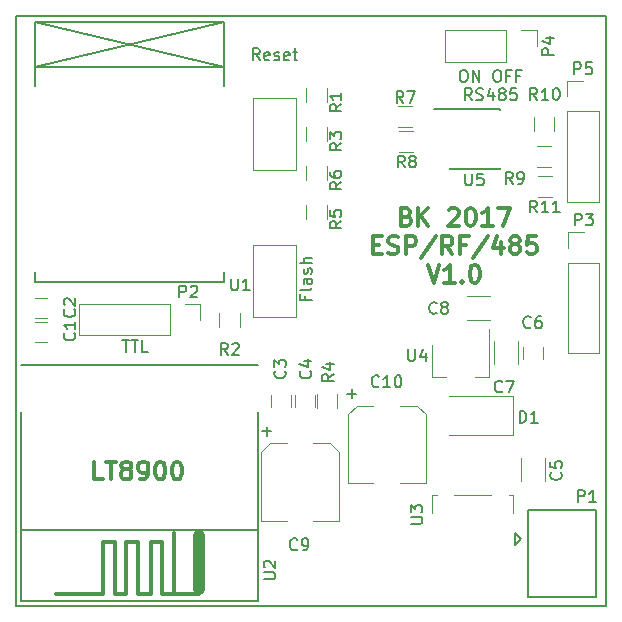
<source format=gto>
G04 #@! TF.FileFunction,Legend,Top*
%FSLAX46Y46*%
G04 Gerber Fmt 4.6, Leading zero omitted, Abs format (unit mm)*
G04 Created by KiCad (PCBNEW 4.0.2-stable) date 5/30/2017 4:55:57 PM*
%MOMM*%
G01*
G04 APERTURE LIST*
%ADD10C,0.100000*%
%ADD11C,0.300000*%
%ADD12C,0.200000*%
%ADD13C,0.150000*%
%ADD14C,1.000000*%
%ADD15C,0.120000*%
%ADD16C,0.152400*%
G04 APERTURE END LIST*
D10*
D11*
X107373316Y-139260971D02*
X106659030Y-139260971D01*
X106659030Y-137760971D01*
X107659030Y-137760971D02*
X108516173Y-137760971D01*
X108087602Y-139260971D02*
X108087602Y-137760971D01*
X109230459Y-138403829D02*
X109087601Y-138332400D01*
X109016173Y-138260971D01*
X108944744Y-138118114D01*
X108944744Y-138046686D01*
X109016173Y-137903829D01*
X109087601Y-137832400D01*
X109230459Y-137760971D01*
X109516173Y-137760971D01*
X109659030Y-137832400D01*
X109730459Y-137903829D01*
X109801887Y-138046686D01*
X109801887Y-138118114D01*
X109730459Y-138260971D01*
X109659030Y-138332400D01*
X109516173Y-138403829D01*
X109230459Y-138403829D01*
X109087601Y-138475257D01*
X109016173Y-138546686D01*
X108944744Y-138689543D01*
X108944744Y-138975257D01*
X109016173Y-139118114D01*
X109087601Y-139189543D01*
X109230459Y-139260971D01*
X109516173Y-139260971D01*
X109659030Y-139189543D01*
X109730459Y-139118114D01*
X109801887Y-138975257D01*
X109801887Y-138689543D01*
X109730459Y-138546686D01*
X109659030Y-138475257D01*
X109516173Y-138403829D01*
X110516172Y-139260971D02*
X110801887Y-139260971D01*
X110944744Y-139189543D01*
X111016172Y-139118114D01*
X111159030Y-138903829D01*
X111230458Y-138618114D01*
X111230458Y-138046686D01*
X111159030Y-137903829D01*
X111087601Y-137832400D01*
X110944744Y-137760971D01*
X110659030Y-137760971D01*
X110516172Y-137832400D01*
X110444744Y-137903829D01*
X110373315Y-138046686D01*
X110373315Y-138403829D01*
X110444744Y-138546686D01*
X110516172Y-138618114D01*
X110659030Y-138689543D01*
X110944744Y-138689543D01*
X111087601Y-138618114D01*
X111159030Y-138546686D01*
X111230458Y-138403829D01*
X112159029Y-137760971D02*
X112301886Y-137760971D01*
X112444743Y-137832400D01*
X112516172Y-137903829D01*
X112587601Y-138046686D01*
X112659029Y-138332400D01*
X112659029Y-138689543D01*
X112587601Y-138975257D01*
X112516172Y-139118114D01*
X112444743Y-139189543D01*
X112301886Y-139260971D01*
X112159029Y-139260971D01*
X112016172Y-139189543D01*
X111944743Y-139118114D01*
X111873315Y-138975257D01*
X111801886Y-138689543D01*
X111801886Y-138332400D01*
X111873315Y-138046686D01*
X111944743Y-137903829D01*
X112016172Y-137832400D01*
X112159029Y-137760971D01*
X113587600Y-137760971D02*
X113730457Y-137760971D01*
X113873314Y-137832400D01*
X113944743Y-137903829D01*
X114016172Y-138046686D01*
X114087600Y-138332400D01*
X114087600Y-138689543D01*
X114016172Y-138975257D01*
X113944743Y-139118114D01*
X113873314Y-139189543D01*
X113730457Y-139260971D01*
X113587600Y-139260971D01*
X113444743Y-139189543D01*
X113373314Y-139118114D01*
X113301886Y-138975257D01*
X113230457Y-138689543D01*
X113230457Y-138332400D01*
X113301886Y-138046686D01*
X113373314Y-137903829D01*
X113444743Y-137832400D01*
X113587600Y-137760971D01*
D12*
X109028571Y-127452381D02*
X109600000Y-127452381D01*
X109314285Y-128452381D02*
X109314285Y-127452381D01*
X109790476Y-127452381D02*
X110361905Y-127452381D01*
X110076190Y-128452381D02*
X110076190Y-127452381D01*
X111171429Y-128452381D02*
X110695238Y-128452381D01*
X110695238Y-127452381D01*
X124528571Y-123728571D02*
X124528571Y-124061905D01*
X125052381Y-124061905D02*
X124052381Y-124061905D01*
X124052381Y-123585714D01*
X125052381Y-123061905D02*
X125004762Y-123157143D01*
X124909524Y-123204762D01*
X124052381Y-123204762D01*
X125052381Y-122252380D02*
X124528571Y-122252380D01*
X124433333Y-122299999D01*
X124385714Y-122395237D01*
X124385714Y-122585714D01*
X124433333Y-122680952D01*
X125004762Y-122252380D02*
X125052381Y-122347618D01*
X125052381Y-122585714D01*
X125004762Y-122680952D01*
X124909524Y-122728571D01*
X124814286Y-122728571D01*
X124719048Y-122680952D01*
X124671429Y-122585714D01*
X124671429Y-122347618D01*
X124623810Y-122252380D01*
X125004762Y-121823809D02*
X125052381Y-121728571D01*
X125052381Y-121538095D01*
X125004762Y-121442856D01*
X124909524Y-121395237D01*
X124861905Y-121395237D01*
X124766667Y-121442856D01*
X124719048Y-121538095D01*
X124719048Y-121680952D01*
X124671429Y-121776190D01*
X124576190Y-121823809D01*
X124528571Y-121823809D01*
X124433333Y-121776190D01*
X124385714Y-121680952D01*
X124385714Y-121538095D01*
X124433333Y-121442856D01*
X125052381Y-120966666D02*
X124052381Y-120966666D01*
X125052381Y-120538094D02*
X124528571Y-120538094D01*
X124433333Y-120585713D01*
X124385714Y-120680951D01*
X124385714Y-120823809D01*
X124433333Y-120919047D01*
X124480952Y-120966666D01*
X120661905Y-103752381D02*
X120328571Y-103276190D01*
X120090476Y-103752381D02*
X120090476Y-102752381D01*
X120471429Y-102752381D01*
X120566667Y-102800000D01*
X120614286Y-102847619D01*
X120661905Y-102942857D01*
X120661905Y-103085714D01*
X120614286Y-103180952D01*
X120566667Y-103228571D01*
X120471429Y-103276190D01*
X120090476Y-103276190D01*
X121471429Y-103704762D02*
X121376191Y-103752381D01*
X121185714Y-103752381D01*
X121090476Y-103704762D01*
X121042857Y-103609524D01*
X121042857Y-103228571D01*
X121090476Y-103133333D01*
X121185714Y-103085714D01*
X121376191Y-103085714D01*
X121471429Y-103133333D01*
X121519048Y-103228571D01*
X121519048Y-103323810D01*
X121042857Y-103419048D01*
X121900000Y-103704762D02*
X121995238Y-103752381D01*
X122185714Y-103752381D01*
X122280953Y-103704762D01*
X122328572Y-103609524D01*
X122328572Y-103561905D01*
X122280953Y-103466667D01*
X122185714Y-103419048D01*
X122042857Y-103419048D01*
X121947619Y-103371429D01*
X121900000Y-103276190D01*
X121900000Y-103228571D01*
X121947619Y-103133333D01*
X122042857Y-103085714D01*
X122185714Y-103085714D01*
X122280953Y-103133333D01*
X123138096Y-103704762D02*
X123042858Y-103752381D01*
X122852381Y-103752381D01*
X122757143Y-103704762D01*
X122709524Y-103609524D01*
X122709524Y-103228571D01*
X122757143Y-103133333D01*
X122852381Y-103085714D01*
X123042858Y-103085714D01*
X123138096Y-103133333D01*
X123185715Y-103228571D01*
X123185715Y-103323810D01*
X122709524Y-103419048D01*
X123471429Y-103085714D02*
X123852381Y-103085714D01*
X123614286Y-102752381D02*
X123614286Y-103609524D01*
X123661905Y-103704762D01*
X123757143Y-103752381D01*
X123852381Y-103752381D01*
D11*
X133088573Y-116999857D02*
X133302859Y-117071286D01*
X133374287Y-117142714D01*
X133445716Y-117285571D01*
X133445716Y-117499857D01*
X133374287Y-117642714D01*
X133302859Y-117714143D01*
X133160001Y-117785571D01*
X132588573Y-117785571D01*
X132588573Y-116285571D01*
X133088573Y-116285571D01*
X133231430Y-116357000D01*
X133302859Y-116428429D01*
X133374287Y-116571286D01*
X133374287Y-116714143D01*
X133302859Y-116857000D01*
X133231430Y-116928429D01*
X133088573Y-116999857D01*
X132588573Y-116999857D01*
X134088573Y-117785571D02*
X134088573Y-116285571D01*
X134945716Y-117785571D02*
X134302859Y-116928429D01*
X134945716Y-116285571D02*
X134088573Y-117142714D01*
X136660001Y-116428429D02*
X136731430Y-116357000D01*
X136874287Y-116285571D01*
X137231430Y-116285571D01*
X137374287Y-116357000D01*
X137445716Y-116428429D01*
X137517144Y-116571286D01*
X137517144Y-116714143D01*
X137445716Y-116928429D01*
X136588573Y-117785571D01*
X137517144Y-117785571D01*
X138445715Y-116285571D02*
X138588572Y-116285571D01*
X138731429Y-116357000D01*
X138802858Y-116428429D01*
X138874287Y-116571286D01*
X138945715Y-116857000D01*
X138945715Y-117214143D01*
X138874287Y-117499857D01*
X138802858Y-117642714D01*
X138731429Y-117714143D01*
X138588572Y-117785571D01*
X138445715Y-117785571D01*
X138302858Y-117714143D01*
X138231429Y-117642714D01*
X138160001Y-117499857D01*
X138088572Y-117214143D01*
X138088572Y-116857000D01*
X138160001Y-116571286D01*
X138231429Y-116428429D01*
X138302858Y-116357000D01*
X138445715Y-116285571D01*
X140374286Y-117785571D02*
X139517143Y-117785571D01*
X139945715Y-117785571D02*
X139945715Y-116285571D01*
X139802858Y-116499857D01*
X139660000Y-116642714D01*
X139517143Y-116714143D01*
X140874286Y-116285571D02*
X141874286Y-116285571D01*
X141231429Y-117785571D01*
X130267144Y-119399857D02*
X130767144Y-119399857D01*
X130981430Y-120185571D02*
X130267144Y-120185571D01*
X130267144Y-118685571D01*
X130981430Y-118685571D01*
X131552858Y-120114143D02*
X131767144Y-120185571D01*
X132124287Y-120185571D01*
X132267144Y-120114143D01*
X132338573Y-120042714D01*
X132410001Y-119899857D01*
X132410001Y-119757000D01*
X132338573Y-119614143D01*
X132267144Y-119542714D01*
X132124287Y-119471286D01*
X131838573Y-119399857D01*
X131695715Y-119328429D01*
X131624287Y-119257000D01*
X131552858Y-119114143D01*
X131552858Y-118971286D01*
X131624287Y-118828429D01*
X131695715Y-118757000D01*
X131838573Y-118685571D01*
X132195715Y-118685571D01*
X132410001Y-118757000D01*
X133052858Y-120185571D02*
X133052858Y-118685571D01*
X133624286Y-118685571D01*
X133767144Y-118757000D01*
X133838572Y-118828429D01*
X133910001Y-118971286D01*
X133910001Y-119185571D01*
X133838572Y-119328429D01*
X133767144Y-119399857D01*
X133624286Y-119471286D01*
X133052858Y-119471286D01*
X135624286Y-118614143D02*
X134338572Y-120542714D01*
X136981430Y-120185571D02*
X136481430Y-119471286D01*
X136124287Y-120185571D02*
X136124287Y-118685571D01*
X136695715Y-118685571D01*
X136838573Y-118757000D01*
X136910001Y-118828429D01*
X136981430Y-118971286D01*
X136981430Y-119185571D01*
X136910001Y-119328429D01*
X136838573Y-119399857D01*
X136695715Y-119471286D01*
X136124287Y-119471286D01*
X138124287Y-119399857D02*
X137624287Y-119399857D01*
X137624287Y-120185571D02*
X137624287Y-118685571D01*
X138338573Y-118685571D01*
X139981429Y-118614143D02*
X138695715Y-120542714D01*
X141124287Y-119185571D02*
X141124287Y-120185571D01*
X140767144Y-118614143D02*
X140410001Y-119685571D01*
X141338573Y-119685571D01*
X142124287Y-119328429D02*
X141981429Y-119257000D01*
X141910001Y-119185571D01*
X141838572Y-119042714D01*
X141838572Y-118971286D01*
X141910001Y-118828429D01*
X141981429Y-118757000D01*
X142124287Y-118685571D01*
X142410001Y-118685571D01*
X142552858Y-118757000D01*
X142624287Y-118828429D01*
X142695715Y-118971286D01*
X142695715Y-119042714D01*
X142624287Y-119185571D01*
X142552858Y-119257000D01*
X142410001Y-119328429D01*
X142124287Y-119328429D01*
X141981429Y-119399857D01*
X141910001Y-119471286D01*
X141838572Y-119614143D01*
X141838572Y-119899857D01*
X141910001Y-120042714D01*
X141981429Y-120114143D01*
X142124287Y-120185571D01*
X142410001Y-120185571D01*
X142552858Y-120114143D01*
X142624287Y-120042714D01*
X142695715Y-119899857D01*
X142695715Y-119614143D01*
X142624287Y-119471286D01*
X142552858Y-119399857D01*
X142410001Y-119328429D01*
X144052858Y-118685571D02*
X143338572Y-118685571D01*
X143267143Y-119399857D01*
X143338572Y-119328429D01*
X143481429Y-119257000D01*
X143838572Y-119257000D01*
X143981429Y-119328429D01*
X144052858Y-119399857D01*
X144124286Y-119542714D01*
X144124286Y-119899857D01*
X144052858Y-120042714D01*
X143981429Y-120114143D01*
X143838572Y-120185571D01*
X143481429Y-120185571D01*
X143338572Y-120114143D01*
X143267143Y-120042714D01*
X134874286Y-121085571D02*
X135374286Y-122585571D01*
X135874286Y-121085571D01*
X137160000Y-122585571D02*
X136302857Y-122585571D01*
X136731429Y-122585571D02*
X136731429Y-121085571D01*
X136588572Y-121299857D01*
X136445714Y-121442714D01*
X136302857Y-121514143D01*
X137802857Y-122442714D02*
X137874285Y-122514143D01*
X137802857Y-122585571D01*
X137731428Y-122514143D01*
X137802857Y-122442714D01*
X137802857Y-122585571D01*
X138802857Y-121085571D02*
X138945714Y-121085571D01*
X139088571Y-121157000D01*
X139160000Y-121228429D01*
X139231429Y-121371286D01*
X139302857Y-121657000D01*
X139302857Y-122014143D01*
X139231429Y-122299857D01*
X139160000Y-122442714D01*
X139088571Y-122514143D01*
X138945714Y-122585571D01*
X138802857Y-122585571D01*
X138660000Y-122514143D01*
X138588571Y-122442714D01*
X138517143Y-122299857D01*
X138445714Y-122014143D01*
X138445714Y-121657000D01*
X138517143Y-121371286D01*
X138588571Y-121228429D01*
X138660000Y-121157000D01*
X138802857Y-121085571D01*
D13*
X137827047Y-104595381D02*
X138017524Y-104595381D01*
X138112762Y-104643000D01*
X138208000Y-104738238D01*
X138255619Y-104928714D01*
X138255619Y-105262048D01*
X138208000Y-105452524D01*
X138112762Y-105547762D01*
X138017524Y-105595381D01*
X137827047Y-105595381D01*
X137731809Y-105547762D01*
X137636571Y-105452524D01*
X137588952Y-105262048D01*
X137588952Y-104928714D01*
X137636571Y-104738238D01*
X137731809Y-104643000D01*
X137827047Y-104595381D01*
X138684190Y-105595381D02*
X138684190Y-104595381D01*
X139255619Y-105595381D01*
X139255619Y-104595381D01*
X140684190Y-104595381D02*
X140874667Y-104595381D01*
X140969905Y-104643000D01*
X141065143Y-104738238D01*
X141112762Y-104928714D01*
X141112762Y-105262048D01*
X141065143Y-105452524D01*
X140969905Y-105547762D01*
X140874667Y-105595381D01*
X140684190Y-105595381D01*
X140588952Y-105547762D01*
X140493714Y-105452524D01*
X140446095Y-105262048D01*
X140446095Y-104928714D01*
X140493714Y-104738238D01*
X140588952Y-104643000D01*
X140684190Y-104595381D01*
X141874667Y-105071571D02*
X141541333Y-105071571D01*
X141541333Y-105595381D02*
X141541333Y-104595381D01*
X142017524Y-104595381D01*
X142731810Y-105071571D02*
X142398476Y-105071571D01*
X142398476Y-105595381D02*
X142398476Y-104595381D01*
X142874667Y-104595381D01*
X138612762Y-107145381D02*
X138279428Y-106669190D01*
X138041333Y-107145381D02*
X138041333Y-106145381D01*
X138422286Y-106145381D01*
X138517524Y-106193000D01*
X138565143Y-106240619D01*
X138612762Y-106335857D01*
X138612762Y-106478714D01*
X138565143Y-106573952D01*
X138517524Y-106621571D01*
X138422286Y-106669190D01*
X138041333Y-106669190D01*
X138993714Y-107097762D02*
X139136571Y-107145381D01*
X139374667Y-107145381D01*
X139469905Y-107097762D01*
X139517524Y-107050143D01*
X139565143Y-106954905D01*
X139565143Y-106859667D01*
X139517524Y-106764429D01*
X139469905Y-106716810D01*
X139374667Y-106669190D01*
X139184190Y-106621571D01*
X139088952Y-106573952D01*
X139041333Y-106526333D01*
X138993714Y-106431095D01*
X138993714Y-106335857D01*
X139041333Y-106240619D01*
X139088952Y-106193000D01*
X139184190Y-106145381D01*
X139422286Y-106145381D01*
X139565143Y-106193000D01*
X140422286Y-106478714D02*
X140422286Y-107145381D01*
X140184190Y-106097762D02*
X139946095Y-106812048D01*
X140565143Y-106812048D01*
X141088952Y-106573952D02*
X140993714Y-106526333D01*
X140946095Y-106478714D01*
X140898476Y-106383476D01*
X140898476Y-106335857D01*
X140946095Y-106240619D01*
X140993714Y-106193000D01*
X141088952Y-106145381D01*
X141279429Y-106145381D01*
X141374667Y-106193000D01*
X141422286Y-106240619D01*
X141469905Y-106335857D01*
X141469905Y-106383476D01*
X141422286Y-106478714D01*
X141374667Y-106526333D01*
X141279429Y-106573952D01*
X141088952Y-106573952D01*
X140993714Y-106621571D01*
X140946095Y-106669190D01*
X140898476Y-106764429D01*
X140898476Y-106954905D01*
X140946095Y-107050143D01*
X140993714Y-107097762D01*
X141088952Y-107145381D01*
X141279429Y-107145381D01*
X141374667Y-107097762D01*
X141422286Y-107050143D01*
X141469905Y-106954905D01*
X141469905Y-106764429D01*
X141422286Y-106669190D01*
X141374667Y-106621571D01*
X141279429Y-106573952D01*
X142374667Y-106145381D02*
X141898476Y-106145381D01*
X141850857Y-106621571D01*
X141898476Y-106573952D01*
X141993714Y-106526333D01*
X142231810Y-106526333D01*
X142327048Y-106573952D01*
X142374667Y-106621571D01*
X142422286Y-106716810D01*
X142422286Y-106954905D01*
X142374667Y-107050143D01*
X142327048Y-107097762D01*
X142231810Y-107145381D01*
X141993714Y-107145381D01*
X141898476Y-107097762D01*
X141850857Y-107050143D01*
X100000000Y-100000000D02*
X100000000Y-150000000D01*
X150000000Y-100000000D02*
X100000000Y-100000000D01*
X150000000Y-150000000D02*
X150000000Y-100000000D01*
X100000000Y-150000000D02*
X150000000Y-150000000D01*
D11*
X107380000Y-148972000D02*
X103380000Y-148972000D01*
X108380000Y-144572000D02*
X107380000Y-144572000D01*
X109380000Y-148972000D02*
X108380000Y-148972000D01*
X110380000Y-144572000D02*
X109380000Y-144572000D01*
X112380000Y-144572000D02*
X111480000Y-144572000D01*
X111480000Y-148972000D02*
X110380000Y-148972000D01*
X115480000Y-148972000D02*
X112380000Y-148972000D01*
X113380000Y-143772000D02*
X113380000Y-148872000D01*
D14*
X115480000Y-144018000D02*
X115480000Y-148572000D01*
D13*
X120480000Y-129572000D02*
X100480000Y-129572000D01*
X100480000Y-143572000D02*
X100480000Y-133572000D01*
X120480000Y-143572000D02*
X120480000Y-133572000D01*
X100480000Y-149572000D02*
X120480000Y-149572000D01*
X100480000Y-143572000D02*
X100480000Y-149572000D01*
X120480000Y-143572000D02*
X100480000Y-143572000D01*
X120480000Y-149572000D02*
X120480000Y-143572000D01*
D11*
X112380000Y-144572000D02*
X112380000Y-148972000D01*
X111480000Y-144572000D02*
X111480000Y-148972000D01*
X110380000Y-144572000D02*
X110380000Y-148972000D01*
X109380000Y-144572000D02*
X109380000Y-148972000D01*
X108380000Y-144572000D02*
X108380000Y-148972000D01*
X107380000Y-144572000D02*
X107380000Y-148972000D01*
D15*
X145380000Y-115332400D02*
X144180000Y-115332400D01*
X144180000Y-113572400D02*
X145380000Y-113572400D01*
X123730000Y-106922000D02*
X123730000Y-113042000D01*
X123730000Y-113042000D02*
X120110000Y-113042000D01*
X120110000Y-113042000D02*
X120110000Y-106922000D01*
X120110000Y-106922000D02*
X123730000Y-106922000D01*
X102608000Y-125896000D02*
X101608000Y-125896000D01*
X101608000Y-127596000D02*
X102608000Y-127596000D01*
X102608000Y-123864000D02*
X101608000Y-123864000D01*
X101608000Y-125564000D02*
X102608000Y-125564000D01*
X121578000Y-132088000D02*
X121578000Y-133088000D01*
X123278000Y-133088000D02*
X123278000Y-132088000D01*
X123610000Y-132088000D02*
X123610000Y-133088000D01*
X125310000Y-133088000D02*
X125310000Y-132088000D01*
X144784000Y-139430000D02*
X144784000Y-137430000D01*
X142744000Y-137430000D02*
X142744000Y-139430000D01*
X142914000Y-128024000D02*
X142914000Y-129024000D01*
X144614000Y-129024000D02*
X144614000Y-128024000D01*
X140458000Y-127524000D02*
X140458000Y-129524000D01*
X142498000Y-129524000D02*
X142498000Y-127524000D01*
X140192000Y-123694000D02*
X138192000Y-123694000D01*
X138192000Y-125734000D02*
X140192000Y-125734000D01*
D13*
X149162000Y-141822000D02*
X149162000Y-149222000D01*
X143412000Y-141822000D02*
X143412000Y-149222000D01*
X149162000Y-141822000D02*
X143412000Y-141822000D01*
X149162000Y-149222000D02*
X143412000Y-149222000D01*
X142312000Y-143772000D02*
X142312000Y-144772000D01*
X142812000Y-144272000D02*
X142312000Y-144772000D01*
X142812000Y-144272000D02*
X142312000Y-143772000D01*
D15*
X126356000Y-106080000D02*
X126356000Y-107280000D01*
X124596000Y-107280000D02*
X124596000Y-106080000D01*
X118990000Y-125130000D02*
X118990000Y-126330000D01*
X117230000Y-126330000D02*
X117230000Y-125130000D01*
X124596000Y-110582000D02*
X124596000Y-109382000D01*
X126356000Y-109382000D02*
X126356000Y-110582000D01*
X127245000Y-131988000D02*
X127245000Y-133188000D01*
X125485000Y-133188000D02*
X125485000Y-131988000D01*
X124596000Y-117186000D02*
X124596000Y-115986000D01*
X126356000Y-115986000D02*
X126356000Y-117186000D01*
X126356000Y-112684000D02*
X126356000Y-113884000D01*
X124596000Y-113884000D02*
X124596000Y-112684000D01*
X123730000Y-119368000D02*
X123730000Y-125488000D01*
X123730000Y-125488000D02*
X120110000Y-125488000D01*
X120110000Y-125488000D02*
X120110000Y-119368000D01*
X120110000Y-119368000D02*
X123730000Y-119368000D01*
D16*
X101616000Y-100534000D02*
X117616000Y-100534000D01*
X117616000Y-100534000D02*
X117616000Y-105934000D01*
X101616000Y-100534000D02*
X101616000Y-105934000D01*
X101616000Y-121734000D02*
X101616000Y-122534000D01*
X101616000Y-122534000D02*
X117616000Y-122534000D01*
X117616000Y-122534000D02*
X117616000Y-121734000D01*
X117616000Y-100534000D02*
X101616000Y-104334000D01*
X101616000Y-100534000D02*
X117616000Y-104334000D01*
X101608000Y-104334000D02*
X117608000Y-104334000D01*
D15*
X141724000Y-140586000D02*
X142074000Y-140586000D01*
X142074000Y-140586000D02*
X142074000Y-142086000D01*
X137074000Y-140586000D02*
X140274000Y-140586000D01*
X135274000Y-142086000D02*
X135274000Y-140586000D01*
X135274000Y-140586000D02*
X135674000Y-140586000D01*
X136468000Y-130558000D02*
X135268000Y-130558000D01*
X135268000Y-130558000D02*
X135268000Y-127858000D01*
X140068000Y-126558000D02*
X140068000Y-130558000D01*
X140068000Y-130558000D02*
X138868000Y-130558000D01*
X142084000Y-135508000D02*
X142084000Y-132208000D01*
X142084000Y-132208000D02*
X136684000Y-132208000D01*
X142084000Y-135508000D02*
X136684000Y-135508000D01*
X113030000Y-124400000D02*
X105350000Y-124400000D01*
X105350000Y-124400000D02*
X105350000Y-127060000D01*
X105350000Y-127060000D02*
X113030000Y-127060000D01*
X113030000Y-127060000D02*
X113030000Y-124400000D01*
X114300000Y-124400000D02*
X115630000Y-124400000D01*
X115630000Y-124400000D02*
X115630000Y-125730000D01*
X146752000Y-120904000D02*
X146752000Y-128584000D01*
X146752000Y-128584000D02*
X149412000Y-128584000D01*
X149412000Y-128584000D02*
X149412000Y-120904000D01*
X149412000Y-120904000D02*
X146752000Y-120904000D01*
X146752000Y-119634000D02*
X146752000Y-118304000D01*
X146752000Y-118304000D02*
X148082000Y-118304000D01*
X141528800Y-101235200D02*
X136388800Y-101235200D01*
X136388800Y-101235200D02*
X136388800Y-103895200D01*
X136388800Y-103895200D02*
X141528800Y-103895200D01*
X141528800Y-103895200D02*
X141528800Y-101235200D01*
X142798800Y-101235200D02*
X144128800Y-101235200D01*
X144128800Y-101235200D02*
X144128800Y-102565200D01*
X146701200Y-108102400D02*
X146701200Y-115782400D01*
X146701200Y-115782400D02*
X149361200Y-115782400D01*
X149361200Y-115782400D02*
X149361200Y-108102400D01*
X149361200Y-108102400D02*
X146701200Y-108102400D01*
X146701200Y-106832400D02*
X146701200Y-105502400D01*
X146701200Y-105502400D02*
X148031200Y-105502400D01*
X132394400Y-107628800D02*
X133594400Y-107628800D01*
X133594400Y-109388800D02*
X132394400Y-109388800D01*
X133645200Y-111522400D02*
X132445200Y-111522400D01*
X132445200Y-109762400D02*
X133645200Y-109762400D01*
X145329200Y-112792400D02*
X144129200Y-112792400D01*
X144129200Y-111032400D02*
X145329200Y-111032400D01*
X145609200Y-108569200D02*
X145609200Y-109769200D01*
X143849200Y-109769200D02*
X143849200Y-108569200D01*
D13*
X136812200Y-107864200D02*
X136812200Y-107914200D01*
X140962200Y-107864200D02*
X140962200Y-108009200D01*
X140962200Y-113014200D02*
X140962200Y-112869200D01*
X136812200Y-113014200D02*
X136812200Y-112869200D01*
X136812200Y-107864200D02*
X140962200Y-107864200D01*
X136812200Y-113014200D02*
X140962200Y-113014200D01*
X136812200Y-107914200D02*
X135412200Y-107914200D01*
D15*
X121539000Y-136146000D02*
X122959000Y-136146000D01*
X120779000Y-142746000D02*
X122959000Y-142746000D01*
X127379000Y-142746000D02*
X125199000Y-142746000D01*
X126619000Y-136146000D02*
X125199000Y-136146000D01*
X120779000Y-142746000D02*
X120779000Y-136906000D01*
X120779000Y-136906000D02*
X121539000Y-136146000D01*
X126619000Y-136146000D02*
X127379000Y-136906000D01*
X127379000Y-136906000D02*
X127379000Y-142746000D01*
X128100000Y-139600000D02*
X130280000Y-139600000D01*
X134700000Y-139600000D02*
X132520000Y-139600000D01*
X128860000Y-133000000D02*
X130280000Y-133000000D01*
X133940000Y-133000000D02*
X132520000Y-133000000D01*
X128100000Y-139600000D02*
X128100000Y-133760000D01*
X128100000Y-133760000D02*
X128860000Y-133000000D01*
X133940000Y-133000000D02*
X134700000Y-133760000D01*
X134700000Y-133760000D02*
X134700000Y-139600000D01*
D13*
X120991381Y-147700905D02*
X121800905Y-147700905D01*
X121896143Y-147653286D01*
X121943762Y-147605667D01*
X121991381Y-147510429D01*
X121991381Y-147319952D01*
X121943762Y-147224714D01*
X121896143Y-147177095D01*
X121800905Y-147129476D01*
X120991381Y-147129476D01*
X121086619Y-146700905D02*
X121039000Y-146653286D01*
X120991381Y-146558048D01*
X120991381Y-146319952D01*
X121039000Y-146224714D01*
X121086619Y-146177095D01*
X121181857Y-146129476D01*
X121277095Y-146129476D01*
X121419952Y-146177095D01*
X121991381Y-146748524D01*
X121991381Y-146129476D01*
X144137143Y-116657381D02*
X143803809Y-116181190D01*
X143565714Y-116657381D02*
X143565714Y-115657381D01*
X143946667Y-115657381D01*
X144041905Y-115705000D01*
X144089524Y-115752619D01*
X144137143Y-115847857D01*
X144137143Y-115990714D01*
X144089524Y-116085952D01*
X144041905Y-116133571D01*
X143946667Y-116181190D01*
X143565714Y-116181190D01*
X145089524Y-116657381D02*
X144518095Y-116657381D01*
X144803809Y-116657381D02*
X144803809Y-115657381D01*
X144708571Y-115800238D01*
X144613333Y-115895476D01*
X144518095Y-115943095D01*
X146041905Y-116657381D02*
X145470476Y-116657381D01*
X145756190Y-116657381D02*
X145756190Y-115657381D01*
X145660952Y-115800238D01*
X145565714Y-115895476D01*
X145470476Y-115943095D01*
X104957143Y-126866666D02*
X105004762Y-126914285D01*
X105052381Y-127057142D01*
X105052381Y-127152380D01*
X105004762Y-127295238D01*
X104909524Y-127390476D01*
X104814286Y-127438095D01*
X104623810Y-127485714D01*
X104480952Y-127485714D01*
X104290476Y-127438095D01*
X104195238Y-127390476D01*
X104100000Y-127295238D01*
X104052381Y-127152380D01*
X104052381Y-127057142D01*
X104100000Y-126914285D01*
X104147619Y-126866666D01*
X105052381Y-125914285D02*
X105052381Y-126485714D01*
X105052381Y-126200000D02*
X104052381Y-126200000D01*
X104195238Y-126295238D01*
X104290476Y-126390476D01*
X104338095Y-126485714D01*
X104957143Y-124866666D02*
X105004762Y-124914285D01*
X105052381Y-125057142D01*
X105052381Y-125152380D01*
X105004762Y-125295238D01*
X104909524Y-125390476D01*
X104814286Y-125438095D01*
X104623810Y-125485714D01*
X104480952Y-125485714D01*
X104290476Y-125438095D01*
X104195238Y-125390476D01*
X104100000Y-125295238D01*
X104052381Y-125152380D01*
X104052381Y-125057142D01*
X104100000Y-124914285D01*
X104147619Y-124866666D01*
X104147619Y-124485714D02*
X104100000Y-124438095D01*
X104052381Y-124342857D01*
X104052381Y-124104761D01*
X104100000Y-124009523D01*
X104147619Y-123961904D01*
X104242857Y-123914285D01*
X104338095Y-123914285D01*
X104480952Y-123961904D01*
X105052381Y-124533333D01*
X105052381Y-123914285D01*
X122785143Y-130087666D02*
X122832762Y-130135285D01*
X122880381Y-130278142D01*
X122880381Y-130373380D01*
X122832762Y-130516238D01*
X122737524Y-130611476D01*
X122642286Y-130659095D01*
X122451810Y-130706714D01*
X122308952Y-130706714D01*
X122118476Y-130659095D01*
X122023238Y-130611476D01*
X121928000Y-130516238D01*
X121880381Y-130373380D01*
X121880381Y-130278142D01*
X121928000Y-130135285D01*
X121975619Y-130087666D01*
X121880381Y-129754333D02*
X121880381Y-129135285D01*
X122261333Y-129468619D01*
X122261333Y-129325761D01*
X122308952Y-129230523D01*
X122356571Y-129182904D01*
X122451810Y-129135285D01*
X122689905Y-129135285D01*
X122785143Y-129182904D01*
X122832762Y-129230523D01*
X122880381Y-129325761D01*
X122880381Y-129611476D01*
X122832762Y-129706714D01*
X122785143Y-129754333D01*
X124944143Y-130087666D02*
X124991762Y-130135285D01*
X125039381Y-130278142D01*
X125039381Y-130373380D01*
X124991762Y-130516238D01*
X124896524Y-130611476D01*
X124801286Y-130659095D01*
X124610810Y-130706714D01*
X124467952Y-130706714D01*
X124277476Y-130659095D01*
X124182238Y-130611476D01*
X124087000Y-130516238D01*
X124039381Y-130373380D01*
X124039381Y-130278142D01*
X124087000Y-130135285D01*
X124134619Y-130087666D01*
X124372714Y-129230523D02*
X125039381Y-129230523D01*
X123991762Y-129468619D02*
X124706048Y-129706714D01*
X124706048Y-129087666D01*
X146157143Y-138666666D02*
X146204762Y-138714285D01*
X146252381Y-138857142D01*
X146252381Y-138952380D01*
X146204762Y-139095238D01*
X146109524Y-139190476D01*
X146014286Y-139238095D01*
X145823810Y-139285714D01*
X145680952Y-139285714D01*
X145490476Y-139238095D01*
X145395238Y-139190476D01*
X145300000Y-139095238D01*
X145252381Y-138952380D01*
X145252381Y-138857142D01*
X145300000Y-138714285D01*
X145347619Y-138666666D01*
X145252381Y-137761904D02*
X145252381Y-138238095D01*
X145728571Y-138285714D01*
X145680952Y-138238095D01*
X145633333Y-138142857D01*
X145633333Y-137904761D01*
X145680952Y-137809523D01*
X145728571Y-137761904D01*
X145823810Y-137714285D01*
X146061905Y-137714285D01*
X146157143Y-137761904D01*
X146204762Y-137809523D01*
X146252381Y-137904761D01*
X146252381Y-138142857D01*
X146204762Y-138238095D01*
X146157143Y-138285714D01*
X143597334Y-126357143D02*
X143549715Y-126404762D01*
X143406858Y-126452381D01*
X143311620Y-126452381D01*
X143168762Y-126404762D01*
X143073524Y-126309524D01*
X143025905Y-126214286D01*
X142978286Y-126023810D01*
X142978286Y-125880952D01*
X143025905Y-125690476D01*
X143073524Y-125595238D01*
X143168762Y-125500000D01*
X143311620Y-125452381D01*
X143406858Y-125452381D01*
X143549715Y-125500000D01*
X143597334Y-125547619D01*
X144454477Y-125452381D02*
X144264000Y-125452381D01*
X144168762Y-125500000D01*
X144121143Y-125547619D01*
X144025905Y-125690476D01*
X143978286Y-125880952D01*
X143978286Y-126261905D01*
X144025905Y-126357143D01*
X144073524Y-126404762D01*
X144168762Y-126452381D01*
X144359239Y-126452381D01*
X144454477Y-126404762D01*
X144502096Y-126357143D01*
X144549715Y-126261905D01*
X144549715Y-126023810D01*
X144502096Y-125928571D01*
X144454477Y-125880952D01*
X144359239Y-125833333D01*
X144168762Y-125833333D01*
X144073524Y-125880952D01*
X144025905Y-125928571D01*
X143978286Y-126023810D01*
X141184334Y-131802143D02*
X141136715Y-131849762D01*
X140993858Y-131897381D01*
X140898620Y-131897381D01*
X140755762Y-131849762D01*
X140660524Y-131754524D01*
X140612905Y-131659286D01*
X140565286Y-131468810D01*
X140565286Y-131325952D01*
X140612905Y-131135476D01*
X140660524Y-131040238D01*
X140755762Y-130945000D01*
X140898620Y-130897381D01*
X140993858Y-130897381D01*
X141136715Y-130945000D01*
X141184334Y-130992619D01*
X141517667Y-130897381D02*
X142184334Y-130897381D01*
X141755762Y-131897381D01*
X135633334Y-125157143D02*
X135585715Y-125204762D01*
X135442858Y-125252381D01*
X135347620Y-125252381D01*
X135204762Y-125204762D01*
X135109524Y-125109524D01*
X135061905Y-125014286D01*
X135014286Y-124823810D01*
X135014286Y-124680952D01*
X135061905Y-124490476D01*
X135109524Y-124395238D01*
X135204762Y-124300000D01*
X135347620Y-124252381D01*
X135442858Y-124252381D01*
X135585715Y-124300000D01*
X135633334Y-124347619D01*
X136204762Y-124680952D02*
X136109524Y-124633333D01*
X136061905Y-124585714D01*
X136014286Y-124490476D01*
X136014286Y-124442857D01*
X136061905Y-124347619D01*
X136109524Y-124300000D01*
X136204762Y-124252381D01*
X136395239Y-124252381D01*
X136490477Y-124300000D01*
X136538096Y-124347619D01*
X136585715Y-124442857D01*
X136585715Y-124490476D01*
X136538096Y-124585714D01*
X136490477Y-124633333D01*
X136395239Y-124680952D01*
X136204762Y-124680952D01*
X136109524Y-124728571D01*
X136061905Y-124776190D01*
X136014286Y-124871429D01*
X136014286Y-125061905D01*
X136061905Y-125157143D01*
X136109524Y-125204762D01*
X136204762Y-125252381D01*
X136395239Y-125252381D01*
X136490477Y-125204762D01*
X136538096Y-125157143D01*
X136585715Y-125061905D01*
X136585715Y-124871429D01*
X136538096Y-124776190D01*
X136490477Y-124728571D01*
X136395239Y-124680952D01*
X147597905Y-141168381D02*
X147597905Y-140168381D01*
X147978858Y-140168381D01*
X148074096Y-140216000D01*
X148121715Y-140263619D01*
X148169334Y-140358857D01*
X148169334Y-140501714D01*
X148121715Y-140596952D01*
X148074096Y-140644571D01*
X147978858Y-140692190D01*
X147597905Y-140692190D01*
X149121715Y-141168381D02*
X148550286Y-141168381D01*
X148836000Y-141168381D02*
X148836000Y-140168381D01*
X148740762Y-140311238D01*
X148645524Y-140406476D01*
X148550286Y-140454095D01*
X127579381Y-107481666D02*
X127103190Y-107815000D01*
X127579381Y-108053095D02*
X126579381Y-108053095D01*
X126579381Y-107672142D01*
X126627000Y-107576904D01*
X126674619Y-107529285D01*
X126769857Y-107481666D01*
X126912714Y-107481666D01*
X127007952Y-107529285D01*
X127055571Y-107576904D01*
X127103190Y-107672142D01*
X127103190Y-108053095D01*
X127579381Y-106529285D02*
X127579381Y-107100714D01*
X127579381Y-106815000D02*
X126579381Y-106815000D01*
X126722238Y-106910238D01*
X126817476Y-107005476D01*
X126865095Y-107100714D01*
X117943334Y-128722381D02*
X117610000Y-128246190D01*
X117371905Y-128722381D02*
X117371905Y-127722381D01*
X117752858Y-127722381D01*
X117848096Y-127770000D01*
X117895715Y-127817619D01*
X117943334Y-127912857D01*
X117943334Y-128055714D01*
X117895715Y-128150952D01*
X117848096Y-128198571D01*
X117752858Y-128246190D01*
X117371905Y-128246190D01*
X118324286Y-127817619D02*
X118371905Y-127770000D01*
X118467143Y-127722381D01*
X118705239Y-127722381D01*
X118800477Y-127770000D01*
X118848096Y-127817619D01*
X118895715Y-127912857D01*
X118895715Y-128008095D01*
X118848096Y-128150952D01*
X118276667Y-128722381D01*
X118895715Y-128722381D01*
X127578381Y-110783666D02*
X127102190Y-111117000D01*
X127578381Y-111355095D02*
X126578381Y-111355095D01*
X126578381Y-110974142D01*
X126626000Y-110878904D01*
X126673619Y-110831285D01*
X126768857Y-110783666D01*
X126911714Y-110783666D01*
X127006952Y-110831285D01*
X127054571Y-110878904D01*
X127102190Y-110974142D01*
X127102190Y-111355095D01*
X126578381Y-110450333D02*
X126578381Y-109831285D01*
X126959333Y-110164619D01*
X126959333Y-110021761D01*
X127006952Y-109926523D01*
X127054571Y-109878904D01*
X127149810Y-109831285D01*
X127387905Y-109831285D01*
X127483143Y-109878904D01*
X127530762Y-109926523D01*
X127578381Y-110021761D01*
X127578381Y-110307476D01*
X127530762Y-110402714D01*
X127483143Y-110450333D01*
X126944381Y-130341666D02*
X126468190Y-130675000D01*
X126944381Y-130913095D02*
X125944381Y-130913095D01*
X125944381Y-130532142D01*
X125992000Y-130436904D01*
X126039619Y-130389285D01*
X126134857Y-130341666D01*
X126277714Y-130341666D01*
X126372952Y-130389285D01*
X126420571Y-130436904D01*
X126468190Y-130532142D01*
X126468190Y-130913095D01*
X126277714Y-129484523D02*
X126944381Y-129484523D01*
X125896762Y-129722619D02*
X126611048Y-129960714D01*
X126611048Y-129341666D01*
X127579381Y-117387666D02*
X127103190Y-117721000D01*
X127579381Y-117959095D02*
X126579381Y-117959095D01*
X126579381Y-117578142D01*
X126627000Y-117482904D01*
X126674619Y-117435285D01*
X126769857Y-117387666D01*
X126912714Y-117387666D01*
X127007952Y-117435285D01*
X127055571Y-117482904D01*
X127103190Y-117578142D01*
X127103190Y-117959095D01*
X126579381Y-116482904D02*
X126579381Y-116959095D01*
X127055571Y-117006714D01*
X127007952Y-116959095D01*
X126960333Y-116863857D01*
X126960333Y-116625761D01*
X127007952Y-116530523D01*
X127055571Y-116482904D01*
X127150810Y-116435285D01*
X127388905Y-116435285D01*
X127484143Y-116482904D01*
X127531762Y-116530523D01*
X127579381Y-116625761D01*
X127579381Y-116863857D01*
X127531762Y-116959095D01*
X127484143Y-117006714D01*
X127579381Y-114085666D02*
X127103190Y-114419000D01*
X127579381Y-114657095D02*
X126579381Y-114657095D01*
X126579381Y-114276142D01*
X126627000Y-114180904D01*
X126674619Y-114133285D01*
X126769857Y-114085666D01*
X126912714Y-114085666D01*
X127007952Y-114133285D01*
X127055571Y-114180904D01*
X127103190Y-114276142D01*
X127103190Y-114657095D01*
X126579381Y-113228523D02*
X126579381Y-113419000D01*
X126627000Y-113514238D01*
X126674619Y-113561857D01*
X126817476Y-113657095D01*
X127007952Y-113704714D01*
X127388905Y-113704714D01*
X127484143Y-113657095D01*
X127531762Y-113609476D01*
X127579381Y-113514238D01*
X127579381Y-113323761D01*
X127531762Y-113228523D01*
X127484143Y-113180904D01*
X127388905Y-113133285D01*
X127150810Y-113133285D01*
X127055571Y-113180904D01*
X127007952Y-113228523D01*
X126960333Y-113323761D01*
X126960333Y-113514238D01*
X127007952Y-113609476D01*
X127055571Y-113657095D01*
X127150810Y-113704714D01*
X118238095Y-122252381D02*
X118238095Y-123061905D01*
X118285714Y-123157143D01*
X118333333Y-123204762D01*
X118428571Y-123252381D01*
X118619048Y-123252381D01*
X118714286Y-123204762D01*
X118761905Y-123157143D01*
X118809524Y-123061905D01*
X118809524Y-122252381D01*
X119809524Y-123252381D02*
X119238095Y-123252381D01*
X119523809Y-123252381D02*
X119523809Y-122252381D01*
X119428571Y-122395238D01*
X119333333Y-122490476D01*
X119238095Y-122538095D01*
X133437381Y-143001905D02*
X134246905Y-143001905D01*
X134342143Y-142954286D01*
X134389762Y-142906667D01*
X134437381Y-142811429D01*
X134437381Y-142620952D01*
X134389762Y-142525714D01*
X134342143Y-142478095D01*
X134246905Y-142430476D01*
X133437381Y-142430476D01*
X133437381Y-142049524D02*
X133437381Y-141430476D01*
X133818333Y-141763810D01*
X133818333Y-141620952D01*
X133865952Y-141525714D01*
X133913571Y-141478095D01*
X134008810Y-141430476D01*
X134246905Y-141430476D01*
X134342143Y-141478095D01*
X134389762Y-141525714D01*
X134437381Y-141620952D01*
X134437381Y-141906667D01*
X134389762Y-142001905D01*
X134342143Y-142049524D01*
X133223095Y-128230381D02*
X133223095Y-129039905D01*
X133270714Y-129135143D01*
X133318333Y-129182762D01*
X133413571Y-129230381D01*
X133604048Y-129230381D01*
X133699286Y-129182762D01*
X133746905Y-129135143D01*
X133794524Y-129039905D01*
X133794524Y-128230381D01*
X134699286Y-128563714D02*
X134699286Y-129230381D01*
X134461190Y-128182762D02*
X134223095Y-128897048D01*
X134842143Y-128897048D01*
X142661905Y-134452381D02*
X142661905Y-133452381D01*
X142900000Y-133452381D01*
X143042858Y-133500000D01*
X143138096Y-133595238D01*
X143185715Y-133690476D01*
X143233334Y-133880952D01*
X143233334Y-134023810D01*
X143185715Y-134214286D01*
X143138096Y-134309524D01*
X143042858Y-134404762D01*
X142900000Y-134452381D01*
X142661905Y-134452381D01*
X144185715Y-134452381D02*
X143614286Y-134452381D01*
X143900000Y-134452381D02*
X143900000Y-133452381D01*
X143804762Y-133595238D01*
X143709524Y-133690476D01*
X143614286Y-133738095D01*
X113861905Y-123852381D02*
X113861905Y-122852381D01*
X114242858Y-122852381D01*
X114338096Y-122900000D01*
X114385715Y-122947619D01*
X114433334Y-123042857D01*
X114433334Y-123185714D01*
X114385715Y-123280952D01*
X114338096Y-123328571D01*
X114242858Y-123376190D01*
X113861905Y-123376190D01*
X114814286Y-122947619D02*
X114861905Y-122900000D01*
X114957143Y-122852381D01*
X115195239Y-122852381D01*
X115290477Y-122900000D01*
X115338096Y-122947619D01*
X115385715Y-123042857D01*
X115385715Y-123138095D01*
X115338096Y-123280952D01*
X114766667Y-123852381D01*
X115385715Y-123852381D01*
X147343905Y-117756381D02*
X147343905Y-116756381D01*
X147724858Y-116756381D01*
X147820096Y-116804000D01*
X147867715Y-116851619D01*
X147915334Y-116946857D01*
X147915334Y-117089714D01*
X147867715Y-117184952D01*
X147820096Y-117232571D01*
X147724858Y-117280190D01*
X147343905Y-117280190D01*
X148248667Y-116756381D02*
X148867715Y-116756381D01*
X148534381Y-117137333D01*
X148677239Y-117137333D01*
X148772477Y-117184952D01*
X148820096Y-117232571D01*
X148867715Y-117327810D01*
X148867715Y-117565905D01*
X148820096Y-117661143D01*
X148772477Y-117708762D01*
X148677239Y-117756381D01*
X148391524Y-117756381D01*
X148296286Y-117708762D01*
X148248667Y-117661143D01*
X145581181Y-103303295D02*
X144581181Y-103303295D01*
X144581181Y-102922342D01*
X144628800Y-102827104D01*
X144676419Y-102779485D01*
X144771657Y-102731866D01*
X144914514Y-102731866D01*
X145009752Y-102779485D01*
X145057371Y-102827104D01*
X145104990Y-102922342D01*
X145104990Y-103303295D01*
X144914514Y-101874723D02*
X145581181Y-101874723D01*
X144533562Y-102112819D02*
X145247848Y-102350914D01*
X145247848Y-101731866D01*
X147293105Y-104954781D02*
X147293105Y-103954781D01*
X147674058Y-103954781D01*
X147769296Y-104002400D01*
X147816915Y-104050019D01*
X147864534Y-104145257D01*
X147864534Y-104288114D01*
X147816915Y-104383352D01*
X147769296Y-104430971D01*
X147674058Y-104478590D01*
X147293105Y-104478590D01*
X148769296Y-103954781D02*
X148293105Y-103954781D01*
X148245486Y-104430971D01*
X148293105Y-104383352D01*
X148388343Y-104335733D01*
X148626439Y-104335733D01*
X148721677Y-104383352D01*
X148769296Y-104430971D01*
X148816915Y-104526210D01*
X148816915Y-104764305D01*
X148769296Y-104859543D01*
X148721677Y-104907162D01*
X148626439Y-104954781D01*
X148388343Y-104954781D01*
X148293105Y-104907162D01*
X148245486Y-104859543D01*
X132827734Y-107386381D02*
X132494400Y-106910190D01*
X132256305Y-107386381D02*
X132256305Y-106386381D01*
X132637258Y-106386381D01*
X132732496Y-106434000D01*
X132780115Y-106481619D01*
X132827734Y-106576857D01*
X132827734Y-106719714D01*
X132780115Y-106814952D01*
X132732496Y-106862571D01*
X132637258Y-106910190D01*
X132256305Y-106910190D01*
X133161067Y-106386381D02*
X133827734Y-106386381D01*
X133399162Y-107386381D01*
X132929334Y-112847381D02*
X132596000Y-112371190D01*
X132357905Y-112847381D02*
X132357905Y-111847381D01*
X132738858Y-111847381D01*
X132834096Y-111895000D01*
X132881715Y-111942619D01*
X132929334Y-112037857D01*
X132929334Y-112180714D01*
X132881715Y-112275952D01*
X132834096Y-112323571D01*
X132738858Y-112371190D01*
X132357905Y-112371190D01*
X133500762Y-112275952D02*
X133405524Y-112228333D01*
X133357905Y-112180714D01*
X133310286Y-112085476D01*
X133310286Y-112037857D01*
X133357905Y-111942619D01*
X133405524Y-111895000D01*
X133500762Y-111847381D01*
X133691239Y-111847381D01*
X133786477Y-111895000D01*
X133834096Y-111942619D01*
X133881715Y-112037857D01*
X133881715Y-112085476D01*
X133834096Y-112180714D01*
X133786477Y-112228333D01*
X133691239Y-112275952D01*
X133500762Y-112275952D01*
X133405524Y-112323571D01*
X133357905Y-112371190D01*
X133310286Y-112466429D01*
X133310286Y-112656905D01*
X133357905Y-112752143D01*
X133405524Y-112799762D01*
X133500762Y-112847381D01*
X133691239Y-112847381D01*
X133786477Y-112799762D01*
X133834096Y-112752143D01*
X133881715Y-112656905D01*
X133881715Y-112466429D01*
X133834096Y-112371190D01*
X133786477Y-112323571D01*
X133691239Y-112275952D01*
X142073334Y-114244381D02*
X141740000Y-113768190D01*
X141501905Y-114244381D02*
X141501905Y-113244381D01*
X141882858Y-113244381D01*
X141978096Y-113292000D01*
X142025715Y-113339619D01*
X142073334Y-113434857D01*
X142073334Y-113577714D01*
X142025715Y-113672952D01*
X141978096Y-113720571D01*
X141882858Y-113768190D01*
X141501905Y-113768190D01*
X142549524Y-114244381D02*
X142740000Y-114244381D01*
X142835239Y-114196762D01*
X142882858Y-114149143D01*
X142978096Y-114006286D01*
X143025715Y-113815810D01*
X143025715Y-113434857D01*
X142978096Y-113339619D01*
X142930477Y-113292000D01*
X142835239Y-113244381D01*
X142644762Y-113244381D01*
X142549524Y-113292000D01*
X142501905Y-113339619D01*
X142454286Y-113434857D01*
X142454286Y-113672952D01*
X142501905Y-113768190D01*
X142549524Y-113815810D01*
X142644762Y-113863429D01*
X142835239Y-113863429D01*
X142930477Y-113815810D01*
X142978096Y-113768190D01*
X143025715Y-113672952D01*
X144137143Y-107132381D02*
X143803809Y-106656190D01*
X143565714Y-107132381D02*
X143565714Y-106132381D01*
X143946667Y-106132381D01*
X144041905Y-106180000D01*
X144089524Y-106227619D01*
X144137143Y-106322857D01*
X144137143Y-106465714D01*
X144089524Y-106560952D01*
X144041905Y-106608571D01*
X143946667Y-106656190D01*
X143565714Y-106656190D01*
X145089524Y-107132381D02*
X144518095Y-107132381D01*
X144803809Y-107132381D02*
X144803809Y-106132381D01*
X144708571Y-106275238D01*
X144613333Y-106370476D01*
X144518095Y-106418095D01*
X145708571Y-106132381D02*
X145803810Y-106132381D01*
X145899048Y-106180000D01*
X145946667Y-106227619D01*
X145994286Y-106322857D01*
X146041905Y-106513333D01*
X146041905Y-106751429D01*
X145994286Y-106941905D01*
X145946667Y-107037143D01*
X145899048Y-107084762D01*
X145803810Y-107132381D01*
X145708571Y-107132381D01*
X145613333Y-107084762D01*
X145565714Y-107037143D01*
X145518095Y-106941905D01*
X145470476Y-106751429D01*
X145470476Y-106513333D01*
X145518095Y-106322857D01*
X145565714Y-106227619D01*
X145613333Y-106180000D01*
X145708571Y-106132381D01*
X138049095Y-113371381D02*
X138049095Y-114180905D01*
X138096714Y-114276143D01*
X138144333Y-114323762D01*
X138239571Y-114371381D01*
X138430048Y-114371381D01*
X138525286Y-114323762D01*
X138572905Y-114276143D01*
X138620524Y-114180905D01*
X138620524Y-113371381D01*
X139572905Y-113371381D02*
X139096714Y-113371381D01*
X139049095Y-113847571D01*
X139096714Y-113799952D01*
X139191952Y-113752333D01*
X139430048Y-113752333D01*
X139525286Y-113799952D01*
X139572905Y-113847571D01*
X139620524Y-113942810D01*
X139620524Y-114180905D01*
X139572905Y-114276143D01*
X139525286Y-114323762D01*
X139430048Y-114371381D01*
X139191952Y-114371381D01*
X139096714Y-114323762D01*
X139049095Y-114276143D01*
X123833334Y-145157143D02*
X123785715Y-145204762D01*
X123642858Y-145252381D01*
X123547620Y-145252381D01*
X123404762Y-145204762D01*
X123309524Y-145109524D01*
X123261905Y-145014286D01*
X123214286Y-144823810D01*
X123214286Y-144680952D01*
X123261905Y-144490476D01*
X123309524Y-144395238D01*
X123404762Y-144300000D01*
X123547620Y-144252381D01*
X123642858Y-144252381D01*
X123785715Y-144300000D01*
X123833334Y-144347619D01*
X124309524Y-145252381D02*
X124500000Y-145252381D01*
X124595239Y-145204762D01*
X124642858Y-145157143D01*
X124738096Y-145014286D01*
X124785715Y-144823810D01*
X124785715Y-144442857D01*
X124738096Y-144347619D01*
X124690477Y-144300000D01*
X124595239Y-144252381D01*
X124404762Y-144252381D01*
X124309524Y-144300000D01*
X124261905Y-144347619D01*
X124214286Y-144442857D01*
X124214286Y-144680952D01*
X124261905Y-144776190D01*
X124309524Y-144823810D01*
X124404762Y-144871429D01*
X124595239Y-144871429D01*
X124690477Y-144823810D01*
X124738096Y-144776190D01*
X124785715Y-144680952D01*
X121240429Y-135546952D02*
X121240429Y-134785047D01*
X121621381Y-135165999D02*
X120859476Y-135165999D01*
X130757143Y-131357143D02*
X130709524Y-131404762D01*
X130566667Y-131452381D01*
X130471429Y-131452381D01*
X130328571Y-131404762D01*
X130233333Y-131309524D01*
X130185714Y-131214286D01*
X130138095Y-131023810D01*
X130138095Y-130880952D01*
X130185714Y-130690476D01*
X130233333Y-130595238D01*
X130328571Y-130500000D01*
X130471429Y-130452381D01*
X130566667Y-130452381D01*
X130709524Y-130500000D01*
X130757143Y-130547619D01*
X131709524Y-131452381D02*
X131138095Y-131452381D01*
X131423809Y-131452381D02*
X131423809Y-130452381D01*
X131328571Y-130595238D01*
X131233333Y-130690476D01*
X131138095Y-130738095D01*
X132328571Y-130452381D02*
X132423810Y-130452381D01*
X132519048Y-130500000D01*
X132566667Y-130547619D01*
X132614286Y-130642857D01*
X132661905Y-130833333D01*
X132661905Y-131071429D01*
X132614286Y-131261905D01*
X132566667Y-131357143D01*
X132519048Y-131404762D01*
X132423810Y-131452381D01*
X132328571Y-131452381D01*
X132233333Y-131404762D01*
X132185714Y-131357143D01*
X132138095Y-131261905D01*
X132090476Y-131071429D01*
X132090476Y-130833333D01*
X132138095Y-130642857D01*
X132185714Y-130547619D01*
X132233333Y-130500000D01*
X132328571Y-130452381D01*
X128461429Y-132400952D02*
X128461429Y-131639047D01*
X128842381Y-132019999D02*
X128080476Y-132019999D01*
M02*

</source>
